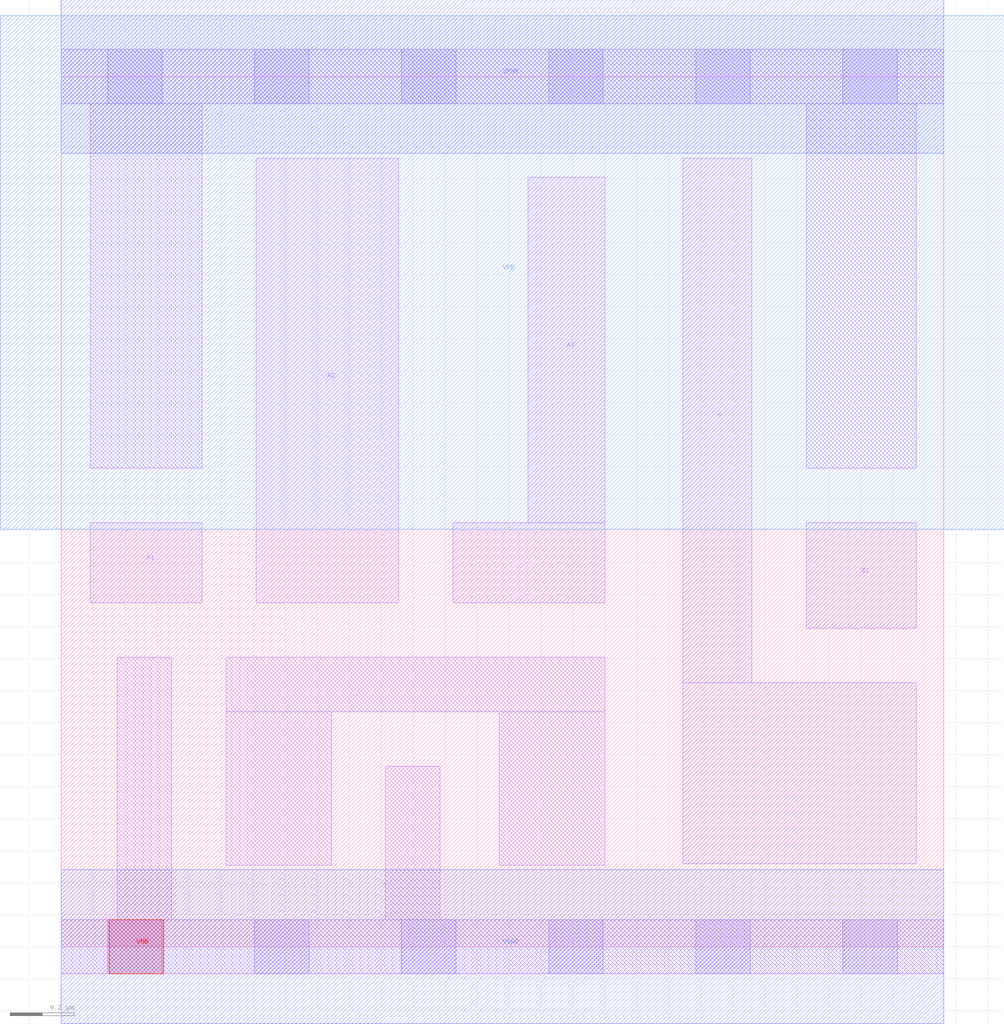
<source format=lef>
# Copyright 2020 The SkyWater PDK Authors
#
# Licensed under the Apache License, Version 2.0 (the "License");
# you may not use this file except in compliance with the License.
# You may obtain a copy of the License at
#
#     https://www.apache.org/licenses/LICENSE-2.0
#
# Unless required by applicable law or agreed to in writing, software
# distributed under the License is distributed on an "AS IS" BASIS,
# WITHOUT WARRANTIES OR CONDITIONS OF ANY KIND, either express or implied.
# See the License for the specific language governing permissions and
# limitations under the License.
#
# SPDX-License-Identifier: Apache-2.0

VERSION 5.7 ;
  NOWIREEXTENSIONATPIN ON ;
  DIVIDERCHAR "/" ;
  BUSBITCHARS "[]" ;
MACRO sky130_fd_sc_hd__o31ai_1
  CLASS CORE ;
  FOREIGN sky130_fd_sc_hd__o31ai_1 ;
  ORIGIN  0.000000  0.000000 ;
  SIZE  2.760000 BY  2.720000 ;
  SYMMETRY X Y R90 ;
  SITE unithd ;
  PIN A1
    ANTENNAGATEAREA  0.247500 ;
    DIRECTION INPUT ;
    USE SIGNAL ;
    PORT
      LAYER li1 ;
        RECT 0.090000 1.075000 0.440000 1.325000 ;
    END
  END A1
  PIN A2
    ANTENNAGATEAREA  0.247500 ;
    DIRECTION INPUT ;
    USE SIGNAL ;
    PORT
      LAYER li1 ;
        RECT 0.610000 1.075000 1.055000 2.465000 ;
    END
  END A2
  PIN A3
    ANTENNAGATEAREA  0.247500 ;
    DIRECTION INPUT ;
    USE SIGNAL ;
    PORT
      LAYER li1 ;
        RECT 1.225000 1.075000 1.700000 1.325000 ;
        RECT 1.460000 1.325000 1.700000 2.405000 ;
    END
  END A3
  PIN B1
    ANTENNAGATEAREA  0.247500 ;
    DIRECTION INPUT ;
    USE SIGNAL ;
    PORT
      LAYER li1 ;
        RECT 2.330000 0.995000 2.675000 1.325000 ;
    END
  END B1
  PIN Y
    ANTENNADIFFAREA  1.006000 ;
    DIRECTION OUTPUT ;
    USE SIGNAL ;
    PORT
      LAYER li1 ;
        RECT 1.945000 0.260000 2.675000 0.825000 ;
        RECT 1.945000 0.825000 2.160000 2.465000 ;
    END
  END Y
  PIN VGND
    DIRECTION INOUT ;
    SHAPE ABUTMENT ;
    USE GROUND ;
    PORT
      LAYER met1 ;
        RECT 0.000000 -0.240000 2.760000 0.240000 ;
    END
  END VGND
  PIN VNB
    DIRECTION INOUT ;
    USE GROUND ;
    PORT
      LAYER pwell ;
        RECT 0.150000 -0.085000 0.320000 0.085000 ;
    END
  END VNB
  PIN VPB
    DIRECTION INOUT ;
    USE POWER ;
    PORT
      LAYER nwell ;
        RECT -0.190000 1.305000 2.950000 2.910000 ;
    END
  END VPB
  PIN VPWR
    DIRECTION INOUT ;
    SHAPE ABUTMENT ;
    USE POWER ;
    PORT
      LAYER met1 ;
        RECT 0.000000 2.480000 2.760000 2.960000 ;
    END
  END VPWR
  OBS
    LAYER li1 ;
      RECT 0.000000 -0.085000 2.760000 0.085000 ;
      RECT 0.000000  2.635000 2.760000 2.805000 ;
      RECT 0.090000  1.495000 0.440000 2.635000 ;
      RECT 0.175000  0.085000 0.345000 0.905000 ;
      RECT 0.515000  0.255000 0.845000 0.735000 ;
      RECT 0.515000  0.735000 1.700000 0.905000 ;
      RECT 1.015000  0.085000 1.185000 0.565000 ;
      RECT 1.370000  0.255000 1.700000 0.735000 ;
      RECT 2.330000  1.495000 2.675000 2.635000 ;
    LAYER mcon ;
      RECT 0.145000 -0.085000 0.315000 0.085000 ;
      RECT 0.145000  2.635000 0.315000 2.805000 ;
      RECT 0.605000 -0.085000 0.775000 0.085000 ;
      RECT 0.605000  2.635000 0.775000 2.805000 ;
      RECT 1.065000 -0.085000 1.235000 0.085000 ;
      RECT 1.065000  2.635000 1.235000 2.805000 ;
      RECT 1.525000 -0.085000 1.695000 0.085000 ;
      RECT 1.525000  2.635000 1.695000 2.805000 ;
      RECT 1.985000 -0.085000 2.155000 0.085000 ;
      RECT 1.985000  2.635000 2.155000 2.805000 ;
      RECT 2.445000 -0.085000 2.615000 0.085000 ;
      RECT 2.445000  2.635000 2.615000 2.805000 ;
  END
END sky130_fd_sc_hd__o31ai_1
END LIBRARY

</source>
